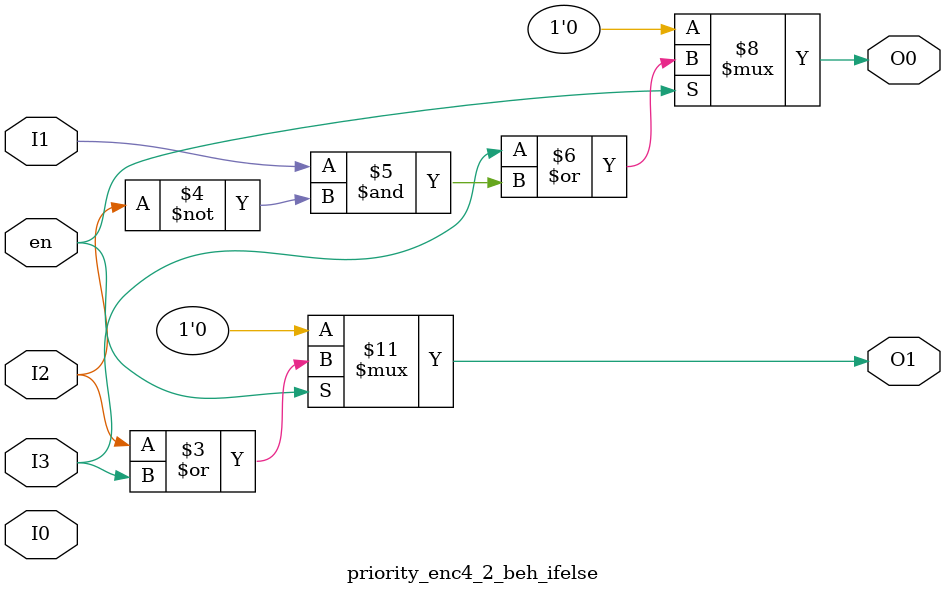
<source format=v>
`timescale 1ns / 1ps


module priority_enc4_2_beh_ifelse(
    input en,
    input I3,I2,I1,I0,
    output reg O1,O0
    );
    
    always @(*) begin
        if(en == 1) begin 
            O1 = (I2 | I3);
            O0 = (I3 | I1 & (~(I2)));
        end 
        else begin 
            O1 = 0;
            O0 = 0;
        end 
    end
endmodule

</source>
